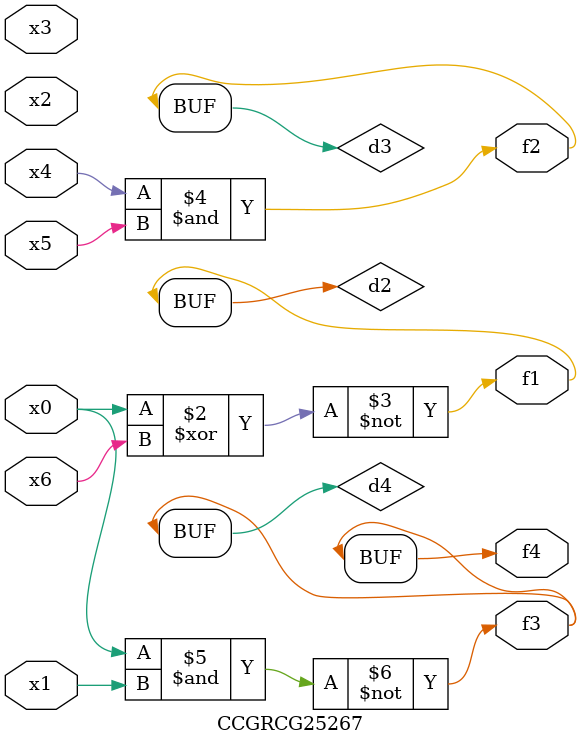
<source format=v>
module CCGRCG25267(
	input x0, x1, x2, x3, x4, x5, x6,
	output f1, f2, f3, f4
);

	wire d1, d2, d3, d4;

	nor (d1, x0);
	xnor (d2, x0, x6);
	and (d3, x4, x5);
	nand (d4, x0, x1);
	assign f1 = d2;
	assign f2 = d3;
	assign f3 = d4;
	assign f4 = d4;
endmodule

</source>
